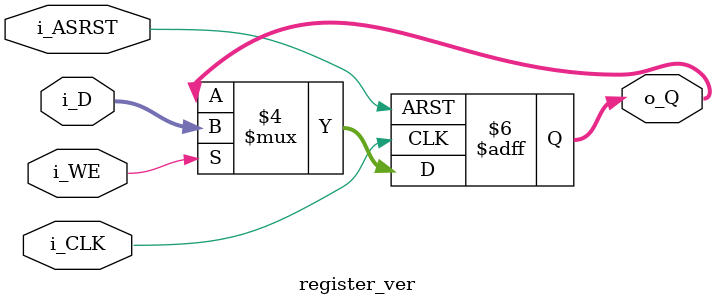
<source format=v>
`timescale 1ns/1ps
module register_ver(i_CLK, i_ASRST, i_WE, i_D, o_Q);

//ports declaration
input i_CLK;	//clock input
input i_ASRST;	//async reset (active low)
input i_WE;		//write enable
input [31:0] i_D;			//input data
output reg [31:0] o_Q;	//output (@rising)

always @(posedge i_CLK or negedge i_ASRST) begin
	if (!i_ASRST) begin
		o_Q = 32'b0;
	end else if (i_WE) begin
		o_Q <= i_D;
	end else begin
		o_Q <= o_Q;
	end
end

endmodule

</source>
